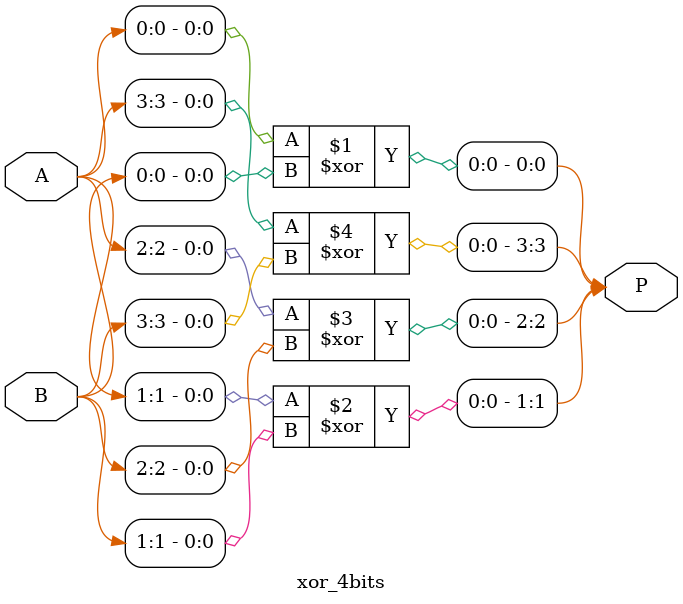
<source format=v>
`timescale 1ns / 1ps
module xor_4bits(input[3:0] A, input[3:0] B, output[3:0] P);
	xor g0(P[0], A[0], B[0]);
	xor g1(P[1], A[1], B[1]);
	xor g2(P[2], A[2], B[2]);
	xor g3(P[3], A[3], B[3]);
endmodule


</source>
